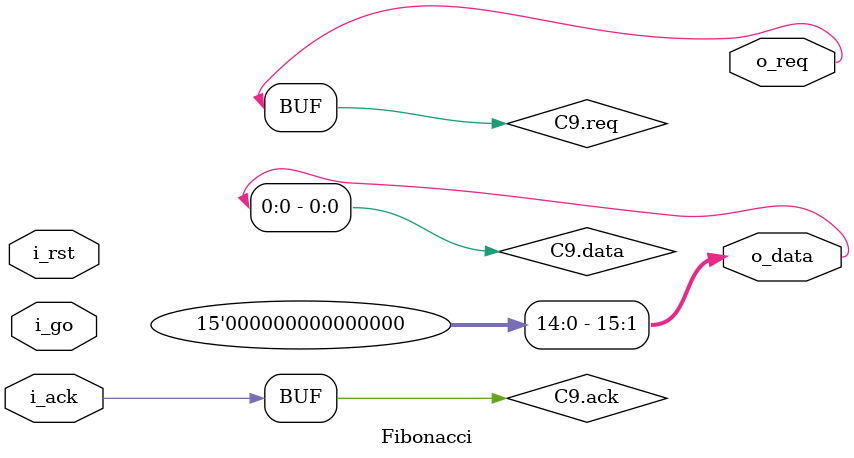
<source format=sv>
`include "ifc_click.svh"

module Fibonacci # (
    parameter DATA_WIDTH = 15
) (
    input i_rst, i_go, i_ack,
    output o_req,
    output [DATA_WIDTH:0] o_data
    );    

ifc_click C0(), C1(), C2(), C3(), C4(), C5(),
          C6(), C7(), C8(), C9(), C10();
ifc_clickNoData C11();

click_element_decoupled #(
        .DATA_WIDTH (DATA_WIDTH),
        .DATA_INIT (1),
        .PHASE_INIT_A (0),
        .PHASE_INIT_B (0)
    ) L0 (
        .rst(i_rst),
        .in(C0.in),
        .out(C1.out)
    );
    
click_element_decoupled #(
        .DATA_WIDTH (DATA_WIDTH),
        .DATA_INIT (0),
        .PHASE_INIT_A (0),
        .PHASE_INIT_B (1)
    ) L1 (
        .rst(i_rst),
        .in(C1.in),
        .out(C2.out)
    );

click_barrier B0 (
        .rst(i_rst),
        .go(i_go),
        .in(C2.in),
        .out(C3.out)
);

click_fork F0 (
        .rst(i_rst),
        .in(C3.in),
        .outA(C4.out),
        .outB(C5.out)
);


click_element_decoupled #(
        .DATA_WIDTH (DATA_WIDTH),
        .DATA_INIT (1),
        .PHASE_INIT_A (0),
        .PHASE_INIT_B (0)
    ) L2 (
        .rst(i_rst),
        .in(C4.in),
        .out(C6.out)
    );


click_element_decoupled #(
        .DATA_WIDTH (DATA_WIDTH),
        .DATA_INIT (1),
        .PHASE_INIT_A (0),
        .PHASE_INIT_B (1)
    ) L3 (
        .rst(i_rst),
        .in(C6.in),
        .out(C7.out)
    );

click_barrier B1 (
        .rst(i_rst),
        .go(i_go),
        .in(C7.in),
        .out(C8.out)
);

click_fork F1 (
        .rst(i_rst),
        .in(C8.in),
        .outA(C9.out),
        .outB(C10.out)
);

click_join J1 (
        .rst(i_rst),
        .inA(C10.in),
        .inB(C5.in),
        .outC(C11.out)
);

delay_module #(
        .DELAY_SIZE(4)
) D0 (
        .a(C11.req),
        .b(C0.req)
);

    assign C11.ack = C0.ack;
    assign C0.data = C10.data + C5.data; 
    assign C9.ack = i_ack;
    assign o_req = C9.req;
    assign o_data = C9.data;
endmodule
</source>
